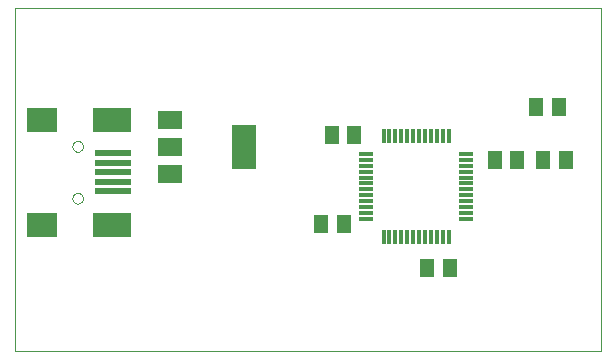
<source format=gtp>
G75*
%MOIN*%
%OFA0B0*%
%FSLAX24Y24*%
%IPPOS*%
%LPD*%
%AMOC8*
5,1,8,0,0,1.08239X$1,22.5*
%
%ADD10C,0.0000*%
%ADD11R,0.0472X0.0118*%
%ADD12R,0.0118X0.0472*%
%ADD13R,0.0787X0.0591*%
%ADD14R,0.0787X0.1496*%
%ADD15R,0.0984X0.0787*%
%ADD16R,0.1299X0.0787*%
%ADD17R,0.1220X0.0197*%
%ADD18R,0.0512X0.0591*%
D10*
X000352Y000270D02*
X000352Y011716D01*
X019882Y011716D01*
X019882Y000270D01*
X000352Y000270D01*
X002275Y005374D02*
X002277Y005400D01*
X002283Y005426D01*
X002293Y005451D01*
X002306Y005474D01*
X002322Y005494D01*
X002342Y005512D01*
X002364Y005527D01*
X002387Y005539D01*
X002413Y005547D01*
X002439Y005551D01*
X002465Y005551D01*
X002491Y005547D01*
X002517Y005539D01*
X002541Y005527D01*
X002562Y005512D01*
X002582Y005494D01*
X002598Y005474D01*
X002611Y005451D01*
X002621Y005426D01*
X002627Y005400D01*
X002629Y005374D01*
X002627Y005348D01*
X002621Y005322D01*
X002611Y005297D01*
X002598Y005274D01*
X002582Y005254D01*
X002562Y005236D01*
X002540Y005221D01*
X002517Y005209D01*
X002491Y005201D01*
X002465Y005197D01*
X002439Y005197D01*
X002413Y005201D01*
X002387Y005209D01*
X002363Y005221D01*
X002342Y005236D01*
X002322Y005254D01*
X002306Y005274D01*
X002293Y005297D01*
X002283Y005322D01*
X002277Y005348D01*
X002275Y005374D01*
X002275Y007106D02*
X002277Y007132D01*
X002283Y007158D01*
X002293Y007183D01*
X002306Y007206D01*
X002322Y007226D01*
X002342Y007244D01*
X002364Y007259D01*
X002387Y007271D01*
X002413Y007279D01*
X002439Y007283D01*
X002465Y007283D01*
X002491Y007279D01*
X002517Y007271D01*
X002541Y007259D01*
X002562Y007244D01*
X002582Y007226D01*
X002598Y007206D01*
X002611Y007183D01*
X002621Y007158D01*
X002627Y007132D01*
X002629Y007106D01*
X002627Y007080D01*
X002621Y007054D01*
X002611Y007029D01*
X002598Y007006D01*
X002582Y006986D01*
X002562Y006968D01*
X002540Y006953D01*
X002517Y006941D01*
X002491Y006933D01*
X002465Y006929D01*
X002439Y006929D01*
X002413Y006933D01*
X002387Y006941D01*
X002363Y006953D01*
X002342Y006968D01*
X002322Y006986D01*
X002306Y007006D01*
X002293Y007029D01*
X002283Y007054D01*
X002277Y007080D01*
X002275Y007106D01*
D11*
X012059Y006853D03*
X012059Y006656D03*
X012059Y006459D03*
X012059Y006262D03*
X012059Y006065D03*
X012059Y005868D03*
X012059Y005672D03*
X012059Y005475D03*
X012059Y005278D03*
X012059Y005081D03*
X012059Y004884D03*
X012059Y004687D03*
X015405Y004687D03*
X015405Y004884D03*
X015405Y005081D03*
X015405Y005278D03*
X015405Y005475D03*
X015405Y005672D03*
X015405Y005868D03*
X015405Y006065D03*
X015405Y006262D03*
X015405Y006459D03*
X015405Y006656D03*
X015405Y006853D03*
D12*
X014814Y007443D03*
X014618Y007443D03*
X014421Y007443D03*
X014224Y007443D03*
X014027Y007443D03*
X013830Y007443D03*
X013633Y007443D03*
X013437Y007443D03*
X013240Y007443D03*
X013043Y007443D03*
X012846Y007443D03*
X012649Y007443D03*
X012649Y004097D03*
X012846Y004097D03*
X013043Y004097D03*
X013240Y004097D03*
X013437Y004097D03*
X013633Y004097D03*
X013830Y004097D03*
X014027Y004097D03*
X014224Y004097D03*
X014421Y004097D03*
X014618Y004097D03*
X014814Y004097D03*
D13*
X005532Y006174D03*
X005532Y007080D03*
X005532Y007986D03*
D14*
X008012Y007080D03*
D15*
X001271Y007992D03*
X001271Y004488D03*
D16*
X003594Y004488D03*
X003594Y007992D03*
D17*
X003633Y006870D03*
X003633Y006555D03*
X003633Y006240D03*
X003633Y005925D03*
X003633Y005610D03*
D18*
X010578Y004530D03*
X011326Y004530D03*
X014108Y003050D03*
X014856Y003050D03*
X016348Y006650D03*
X017096Y006650D03*
X017968Y006650D03*
X018716Y006650D03*
X018486Y008410D03*
X017738Y008410D03*
X011676Y007470D03*
X010928Y007470D03*
M02*

</source>
